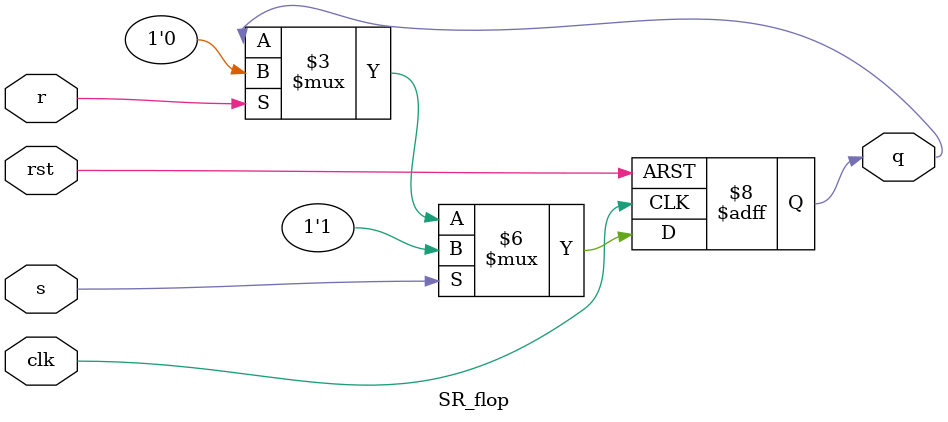
<source format=v>
`timescale 1ns / 1ps
module SR_flop(clk, rst, s, r, q);
    input      clk, rst, s, r;
    output reg q;
    
    always @ (posedge clk, posedge rst)
        if    (rst) q <= 1'b0;
        else if (s) q <= 1'b1;
        else if (r) q <= 1'b0;
        else        q <= q;
        
endmodule 
</source>
